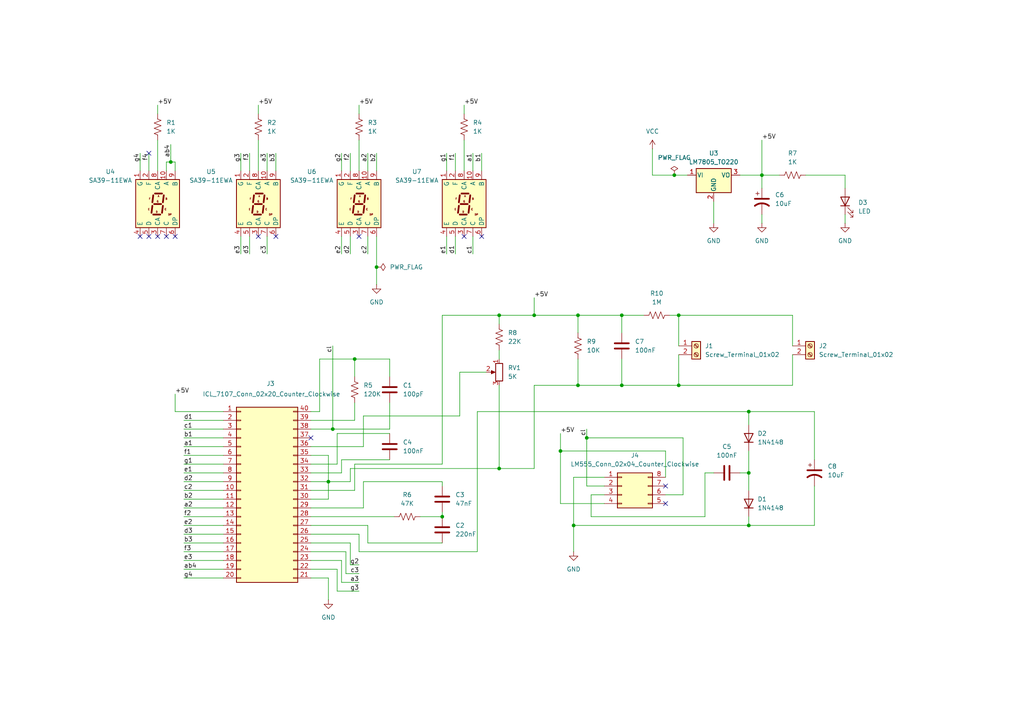
<source format=kicad_sch>
(kicad_sch (version 20250114) (generator "eeschema") (generator_version "9.0")
  (paper "A4")
  (title_block (title "Digital Voltmeter - 2nd Iteration") (date "2025-10-19") (rev "1.0"))
  (lib_symbols
    (symbol "Connector:Screw_Terminal_01x02" (pin_names (offset 1.016) (hide yes))
      (property "Reference" "J" (at 0 2.54 0))
      (property "Value" "Screw_Terminal_01x02" (at 0 -5.08 0))
      (symbol "Screw_Terminal_01x02_1_1"
        (rectangle (start -1.27 1.27) (end 1.27 -3.81) (stroke (width 0.254)) (fill (type background)))
        (polyline (pts (xy -0.5334 0.3302) (xy 0.3302 -0.508)) (stroke (width 0.1524)))
        (polyline (pts (xy -0.5334 -2.2098) (xy 0.3302 -3.048)) (stroke (width 0.1524)))
        (polyline (pts (xy -0.3556 0.508) (xy 0.508 -0.3302)) (stroke (width 0.1524)))
        (polyline (pts (xy -0.3556 -2.032) (xy 0.508 -2.8702)) (stroke (width 0.1524)))
        (circle (center 0 0) (radius 0.635) (stroke (width 0.1524)))
        (circle (center 0 -2.54) (radius 0.635) (stroke (width 0.1524)))
        (pin passive line (at -5.08 0 0) (length 3.81) (name "Pin_1") (number "1"))
        (pin passive line (at -5.08 -2.54 0) (length 3.81) (name "Pin_2") (number "2"))
      )
    )
    (symbol "Connector_Generic:Conn_02x04_Counter_Clockwise" (pin_names (offset 1.016) (hide yes))
      (property "Reference" "J4" (at 0.254 10.668 0))
      (property "Value" "Conn_02x04_Counter_Clockwise" (at 0.254 8.128 0))
      (symbol "Conn_02x04_Counter_Clockwise_1_1"
        (rectangle (start -5.08 5.08) (end 5.08 -5.08) (stroke (width 0.254)) (fill (type background)))
        (rectangle (start -5.08 3.937) (end -3.81 3.683) (stroke (width 0.1524)))
        (rectangle (start -5.08 1.397) (end -3.81 1.143) (stroke (width 0.1524)))
        (rectangle (start -5.08 -1.143) (end -3.81 -1.397) (stroke (width 0.1524)))
        (rectangle (start -5.08 -3.683) (end -3.81 -3.937) (stroke (width 0.1524)))
        (rectangle (start 5.08 3.937) (end 3.81 3.683) (stroke (width 0.1524)))
        (rectangle (start 5.08 1.397) (end 3.81 1.143) (stroke (width 0.1524)))
        (rectangle (start 5.08 -1.143) (end 3.81 -1.397) (stroke (width 0.1524)))
        (rectangle (start 5.08 -3.683) (end 3.81 -3.937) (stroke (width 0.1524)))
        (pin passive line (at -8.89 3.81 0) (length 3.81) (name "Pin_1") (number "1"))
        (pin passive line (at -8.89 1.27 0) (length 3.81) (name "Pin_2") (number "2"))
        (pin passive line (at -8.89 -1.27 0) (length 3.81) (name "Pin_3") (number "3"))
        (pin passive line (at -8.89 -3.81 0) (length 3.81) (name "Pin_4") (number "4"))
        (pin passive line (at 8.89 3.81 180) (length 3.81) (name "Pin_8") (number "8"))
        (pin passive line (at 8.89 1.27 180) (length 3.81) (name "Pin_7") (number "7"))
        (pin passive line (at 8.89 -1.27 180) (length 3.81) (name "Pin_6") (number "6"))
        (pin passive line (at 8.89 -3.81 180) (length 3.81) (name "Pin_5") (number "5"))
      )
    )
    (symbol "Connector_Generic:Conn_02x20_Counter_Clockwise" (pin_names (offset 1.016) (hide yes))
      (property "Reference" "J3" (at 1.27 29.21 0))
      (property "Value" "Conn_02x20_Counter_Clockwise" (at 1.27 26.67 0))
      (symbol "Conn_02x20_Counter_Clockwise_1_1"
        (rectangle (start -1.27 24.13) (end 16.51 -26.67) (stroke (width 0.254)) (fill (type background)))
        (rectangle (start -1.27 22.987) (end 0 22.733) (stroke (width 0.1524)))
        (rectangle (start -1.27 20.447) (end 0 20.193) (stroke (width 0.1524)))
        (rectangle (start -1.27 17.907) (end 0 17.653) (stroke (width 0.1524)))
        (rectangle (start -1.27 15.367) (end 0 15.113) (stroke (width 0.1524)))
        (rectangle (start -1.27 12.827) (end 0 12.573) (stroke (width 0.1524)))
        (rectangle (start -1.27 10.287) (end 0 10.033) (stroke (width 0.1524)))
        (rectangle (start -1.27 7.747) (end 0 7.493) (stroke (width 0.1524)))
        (rectangle (start -1.27 5.207) (end 0 4.953) (stroke (width 0.1524)))
        (rectangle (start -1.27 2.667) (end 0 2.413) (stroke (width 0.1524)))
        (rectangle (start -1.27 0.127) (end 0 -0.127) (stroke (width 0.1524)))
        (rectangle (start -1.27 -2.413) (end 0 -2.667) (stroke (width 0.1524)))
        (rectangle (start -1.27 -4.953) (end 0 -5.207) (stroke (width 0.1524)))
        (rectangle (start -1.27 -7.493) (end 0 -7.747) (stroke (width 0.1524)))
        (rectangle (start -1.27 -10.033) (end 0 -10.287) (stroke (width 0.1524)))
        (rectangle (start -1.27 -12.573) (end 0 -12.827) (stroke (width 0.1524)))
        (rectangle (start -1.27 -15.113) (end 0 -15.367) (stroke (width 0.1524)))
        (rectangle (start -1.27 -17.653) (end 0 -17.907) (stroke (width 0.1524)))
        (rectangle (start -1.27 -20.193) (end 0 -20.447) (stroke (width 0.1524)))
        (rectangle (start -1.27 -22.733) (end 0 -22.987) (stroke (width 0.1524)))
        (rectangle (start -1.27 -25.273) (end 0 -25.527) (stroke (width 0.1524)))
        (rectangle (start 15.24 22.987) (end 16.51 22.733) (stroke (width 0.1524)))
        (rectangle (start 16.51 20.447) (end 15.24 20.193) (stroke (width 0.1524)))
        (rectangle (start 16.51 17.907) (end 15.24 17.653) (stroke (width 0.1524)))
        (rectangle (start 16.51 15.367) (end 15.24 15.113) (stroke (width 0.1524)))
        (rectangle (start 16.51 12.827) (end 15.24 12.573) (stroke (width 0.1524)))
        (rectangle (start 16.51 10.287) (end 15.24 10.033) (stroke (width 0.1524)))
        (rectangle (start 16.51 7.747) (end 15.24 7.493) (stroke (width 0.1524)))
        (rectangle (start 16.51 5.207) (end 15.24 4.953) (stroke (width 0.1524)))
        (rectangle (start 16.51 2.667) (end 15.24 2.413) (stroke (width 0.1524)))
        (rectangle (start 16.51 0.127) (end 15.24 -0.127) (stroke (width 0.1524)))
        (rectangle (start 16.51 -2.413) (end 15.24 -2.667) (stroke (width 0.1524)))
        (rectangle (start 16.51 -4.953) (end 15.24 -5.207) (stroke (width 0.1524)))
        (rectangle (start 16.51 -7.493) (end 15.24 -7.747) (stroke (width 0.1524)))
        (rectangle (start 16.51 -10.033) (end 15.24 -10.287) (stroke (width 0.1524)))
        (rectangle (start 16.51 -12.573) (end 15.24 -12.827) (stroke (width 0.1524)))
        (rectangle (start 16.51 -15.113) (end 15.24 -15.367) (stroke (width 0.1524)))
        (rectangle (start 16.51 -17.653) (end 15.24 -17.907) (stroke (width 0.1524)))
        (rectangle (start 16.51 -20.193) (end 15.24 -20.447) (stroke (width 0.1524)))
        (rectangle (start 16.51 -22.733) (end 15.24 -22.987) (stroke (width 0.1524)))
        (rectangle (start 16.51 -25.273) (end 15.24 -25.527) (stroke (width 0.1524)))
        (pin passive line (at -5.08 22.86 0) (length 3.81) (name "Pin_1") (number "1"))
        (pin passive line (at -5.08 20.32 0) (length 3.81) (name "Pin_2") (number "2"))
        (pin passive line (at -5.08 17.78 0) (length 3.81) (name "Pin_3") (number "3"))
        (pin passive line (at -5.08 15.24 0) (length 3.81) (name "Pin_4") (number "4"))
        (pin passive line (at -5.08 12.7 0) (length 3.81) (name "Pin_5") (number "5"))
        (pin passive line (at -5.08 10.16 0) (length 3.81) (name "Pin_6") (number "6"))
        (pin passive line (at -5.08 7.62 0) (length 3.81) (name "Pin_7") (number "7"))
        (pin passive line (at -5.08 5.08 0) (length 3.81) (name "Pin_8") (number "8"))
        (pin passive line (at -5.08 2.54 0) (length 3.81) (name "Pin_9") (number "9"))
        (pin passive line (at -5.08 0 0) (length 3.81) (name "Pin_10") (number "10"))
        (pin passive line (at -5.08 -2.54 0) (length 3.81) (name "Pin_11") (number "11"))
        (pin passive line (at -5.08 -5.08 0) (length 3.81) (name "Pin_12") (number "12"))
        (pin passive line (at -5.08 -7.62 0) (length 3.81) (name "Pin_13") (number "13"))
        (pin passive line (at -5.08 -10.16 0) (length 3.81) (name "Pin_14") (number "14"))
        (pin passive line (at -5.08 -12.7 0) (length 3.81) (name "Pin_15") (number "15"))
        (pin passive line (at -5.08 -15.24 0) (length 3.81) (name "Pin_16") (number "16"))
        (pin passive line (at -5.08 -17.78 0) (length 3.81) (name "Pin_17") (number "17"))
        (pin passive line (at -5.08 -20.32 0) (length 3.81) (name "Pin_18") (number "18"))
        (pin passive line (at -5.08 -22.86 0) (length 3.81) (name "Pin_19") (number "19"))
        (pin passive line (at -5.08 -25.4 0) (length 3.81) (name "Pin_20") (number "20"))
        (pin passive line (at 20.32 22.86 180) (length 3.81) (name "Pin_40") (number "40"))
        (pin passive line (at 20.32 20.32 180) (length 3.81) (name "Pin_39") (number "39"))
        (pin passive line (at 20.32 17.78 180) (length 3.81) (name "Pin_38") (number "38"))
        (pin passive line (at 20.32 15.24 180) (length 3.81) (name "Pin_37") (number "37"))
        (pin passive line (at 20.32 12.7 180) (length 3.81) (name "Pin_36") (number "36"))
        (pin passive line (at 20.32 10.16 180) (length 3.81) (name "Pin_35") (number "35"))
        (pin passive line (at 20.32 7.62 180) (length 3.81) (name "Pin_34") (number "34"))
        (pin passive line (at 20.32 5.08 180) (length 3.81) (name "Pin_33") (number "33"))
        (pin passive line (at 20.32 2.54 180) (length 3.81) (name "Pin_32") (number "32"))
        (pin passive line (at 20.32 0 180) (length 3.81) (name "Pin_31") (number "31"))
        (pin passive line (at 20.32 -2.54 180) (length 3.81) (name "Pin_30") (number "30"))
        (pin passive line (at 20.32 -5.08 180) (length 3.81) (name "Pin_29") (number "29"))
        (pin passive line (at 20.32 -7.62 180) (length 3.81) (name "Pin_28") (number "28"))
        (pin passive line (at 20.32 -10.16 180) (length 3.81) (name "Pin_27") (number "27"))
        (pin passive line (at 20.32 -12.7 180) (length 3.81) (name "Pin_26") (number "26"))
        (pin passive line (at 20.32 -15.24 180) (length 3.81) (name "Pin_25") (number "25"))
        (pin passive line (at 20.32 -17.78 180) (length 3.81) (name "Pin_24") (number "24"))
        (pin passive line (at 20.32 -20.32 180) (length 3.81) (name "Pin_23") (number "23"))
        (pin passive line (at 20.32 -22.86 180) (length 3.81) (name "Pin_22") (number "22"))
        (pin passive line (at 20.32 -25.4 180) (length 3.81) (name "Pin_21") (number "21"))
      )
    )
    (symbol "Device:C" (pin_numbers (hide yes)) (pin_names (offset 0.254))
      (property "Reference" "C" (at 0.635 2.54 0))
      (property "Value" "C" (at 0.635 -2.54 0))
      (symbol "C_0_1"
        (polyline (pts (xy -2.032 0.762) (xy 2.032 0.762)) (stroke (width 0.508)))
        (polyline (pts (xy -2.032 -0.762) (xy 2.032 -0.762)) (stroke (width 0.508)))
      )
      (symbol "C_1_1"
        (pin passive line (at 0 3.81 270) (length 2.794) (name "~") (number "1"))
        (pin passive line (at 0 -3.81 90) (length 2.794) (name "~") (number "2"))
      )
    )
    (symbol "Device:C_Polarized_US" (pin_numbers (hide yes)) (pin_names (offset 0.254) (hide yes))
      (property "Reference" "C" (at 0.635 2.54 0))
      (property "Value" "C_Polarized_US" (at 0.635 -2.54 0))
      (symbol "C_Polarized_US_0_1"
        (polyline (pts (xy -2.032 0.762) (xy 2.032 0.762)) (stroke (width 0.508)))
        (polyline (pts (xy -1.778 2.286) (xy -0.762 2.286)))
        (polyline (pts (xy -1.27 1.778) (xy -1.27 2.794)))
        (arc (start -2.032 -1.27) (mid 0 -0.5572) (end 2.032 -1.27) (stroke (width 0.508)))
      )
      (symbol "C_Polarized_US_1_1"
        (pin passive line (at 0 3.81 270) (length 2.794) (name "~") (number "1"))
        (pin passive line (at 0 -3.81 90) (length 3.302) (name "~") (number "2"))
      )
    )
    (symbol "Device:LED" (pin_numbers (hide yes)) (pin_names (offset 1.016) (hide yes))
      (property "Reference" "D" (at 0 2.54 0))
      (property "Value" "LED" (at 0 -2.54 0))
      (symbol "LED_0_1"
        (polyline (pts (xy -3.048 -0.762) (xy -4.572 -2.286) (xy -3.81 -2.286) (xy -4.572 -2.286) (xy -4.572 -1.524)))
        (polyline (pts (xy -1.778 -0.762) (xy -3.302 -2.286) (xy -2.54 -2.286) (xy -3.302 -2.286) (xy -3.302 -1.524)))
        (polyline (pts (xy -1.27 0) (xy 1.27 0)))
        (polyline (pts (xy -1.27 -1.27) (xy -1.27 1.27)) (stroke (width 0.254)))
        (polyline (pts (xy 1.27 -1.27) (xy 1.27 1.27) (xy -1.27 0) (xy 1.27 -1.27)) (stroke (width 0.254)))
      )
      (symbol "LED_1_1"
        (pin passive line (at -3.81 0 0) (length 2.54) (name "K") (number "1"))
        (pin passive line (at 3.81 0 180) (length 2.54) (name "A") (number "2"))
      )
    )
    (symbol "Device:R_Potentiometer" (pin_names (offset 1.016) (hide yes))
      (property "Reference" "RV" (at -4.445 0 90))
      (property "Value" "R_Potentiometer" (at -2.54 0 90))
      (symbol "R_Potentiometer_0_1"
        (rectangle (start 1.016 2.54) (end -1.016 -2.54) (stroke (width 0.254)))
        (polyline (pts (xy 1.143 0) (xy 2.286 0.508) (xy 2.286 -0.508) (xy 1.143 0)) (fill (type outline)))
        (polyline (pts (xy 2.54 0) (xy 1.524 0)))
      )
      (symbol "R_Potentiometer_1_1"
        (pin passive line (at 0 3.81 270) (length 1.27) (name "1") (number "1"))
        (pin passive line (at 0 -3.81 90) (length 1.27) (name "3") (number "3"))
        (pin passive line (at 3.81 0 180) (length 1.27) (name "2") (number "2"))
      )
    )
    (symbol "Device:R_US" (pin_numbers (hide yes)) (pin_names (offset 0))
      (property "Reference" "R" (at 2.54 0 90))
      (property "Value" "R_US" (at -2.54 0 90))
      (symbol "R_US_0_1"
        (polyline (pts (xy 0 2.286) (xy 0 2.54)))
        (polyline (pts (xy 0 2.286) (xy 1.016 1.905) (xy 0 1.524) (xy -1.016 1.143) (xy 0 0.762)))
        (polyline (pts (xy 0 0.762) (xy 1.016 0.381) (xy 0 0) (xy -1.016 -0.381) (xy 0 -0.762)))
        (polyline (pts (xy 0 -0.762) (xy 1.016 -1.143) (xy 0 -1.524) (xy -1.016 -1.905) (xy 0 -2.286)))
        (polyline (pts (xy 0 -2.286) (xy 0 -2.54)))
      )
      (symbol "R_US_1_1"
        (pin passive line (at 0 3.81 270) (length 1.27) (name "~") (number "1"))
        (pin passive line (at 0 -3.81 90) (length 1.27) (name "~") (number "2"))
      )
    )
    (symbol "Diode:1N4148" (pin_numbers (hide yes)) (pin_names (hide yes))
      (property "Reference" "D" (at 0 2.54 0))
      (property "Value" "1N4148" (at 0 -2.54 0))
      (symbol "1N4148_0_1"
        (polyline (pts (xy -1.27 1.27) (xy -1.27 -1.27)) (stroke (width 0.254)))
        (polyline (pts (xy 1.27 1.27) (xy 1.27 -1.27) (xy -1.27 0) (xy 1.27 1.27)) (stroke (width 0.254)))
        (polyline (pts (xy 1.27 0) (xy -1.27 0)))
      )
      (symbol "1N4148_1_1"
        (pin passive line (at -3.81 0 0) (length 2.54) (name "K") (number "1"))
        (pin passive line (at 3.81 0 180) (length 2.54) (name "A") (number "2"))
      )
    )
    (symbol "Regulator_Linear:LM7805_TO220" (pin_names (offset 0.254))
      (property "Reference" "U" (at -3.81 3.175 0))
      (property "Value" "LM7805_TO220" (at 0 3.175 0))
      (symbol "LM7805_TO220_0_1"
        (rectangle (start -5.08 1.905) (end 5.08 -5.08) (stroke (width 0.254)) (fill (type background)))
      )
      (symbol "LM7805_TO220_1_1"
        (pin power_in line (at -7.62 0 0) (length 2.54) (name "VI") (number "1"))
        (pin power_in line (at 0 -7.62 90) (length 2.54) (name "GND") (number "2"))
        (pin power_out line (at 7.62 0 180) (length 2.54) (name "VO") (number "3"))
      )
    )
    (symbol "SA39-11EWA_1"
      (property "Reference" "U4" (at -13.716 9.906 0))
      (property "Value" "SA39-11EWA" (at -13.716 7.366 0))
      (symbol "SA39-11EWA_1_1_0"
        (text "E" (at -2.54 -1.016 0) (effects (font (size 0.508 0.508))))
        (text "F" (at -2.286 2.032 0) (effects (font (size 0.508 0.508))))
        (text "D" (at -0.254 -1.778 0) (effects (font (size 0.508 0.508))))
        (text "G" (at 0 1.27 0) (effects (font (size 0.508 0.508))))
        (text "A" (at 0.254 2.794 0) (effects (font (size 0.508 0.508))))
        (text "C" (at 2.286 -1.016 0) (effects (font (size 0.508 0.508))))
        (text "B" (at 2.54 2.032 0) (effects (font (size 0.508 0.508))))
        (text "DP" (at 3.556 -2.54 0) (effects (font (size 0.508 0.508))))
      )
      (symbol "SA39-11EWA_1_1_1"
        (rectangle (start -6.35 7.62) (end 6.35 -6.35) (stroke (width 0.254)) (fill (type background)))
        (polyline (pts (xy -1.524 0) (xy -1.778 -2.032)) (stroke (width 0.508)))
        (polyline (pts (xy -1.27 3.048) (xy -1.524 1.016)) (stroke (width 0.508)))
        (polyline (pts (xy -1.27 -2.54) (xy 0.762 -2.54)) (stroke (width 0.508)))
        (polyline (pts (xy -1.016 0.508) (xy 1.016 0.508)) (stroke (width 0.508)))
        (polyline (pts (xy -0.762 3.556) (xy 1.27 3.556)) (stroke (width 0.508)))
        (polyline (pts (xy 1.524 0) (xy 1.27 -2.032)) (stroke (width 0.508)))
        (polyline (pts (xy 1.778 3.048) (xy 1.524 1.016)) (stroke (width 0.508)))
        (polyline (pts (xy 2.54 -2.54) (xy 2.54 -2.54)) (stroke (width 0.508)))
        (pin input line (at -5.08 10.16 270) (length 2.54) (name "G") (number "1"))
        (pin input line (at -5.08 -8.89 90) (length 2.54) (name "E") (number "4"))
        (pin input line (at -2.54 10.16 270) (length 2.54) (name "F") (number "2"))
        (pin input line (at -2.54 -8.89 90) (length 2.54) (name "D") (number "5"))
        (pin input line (at 0 10.16 270) (length 2.54) (name "CA") (number "8"))
        (pin input line (at 0 -8.89 90) (length 2.54) (name "CA") (number "3"))
        (pin input line (at 2.54 10.16 270) (length 2.54) (name "A") (number "10"))
        (pin input line (at 2.54 -8.89 90) (length 2.54) (name "C") (number "7"))
        (pin input line (at 5.08 10.16 270) (length 2.54) (name "B") (number "9"))
        (pin input line (at 5.08 -8.89 90) (length 2.54) (name "DP") (number "6"))
      )
    )
    (symbol "power:GND" (power) (pin_numbers (hide yes)) (pin_names (offset 0) (hide yes))
      (property "Value" "GND" (at 0 -3.81 0))
      (symbol "GND_0_1"
        (polyline (pts (xy 0 0) (xy 0 -1.27) (xy 1.27 -1.27) (xy 0 -2.54) (xy -1.27 -1.27) (xy 0 -1.27)))
      )
      (symbol "GND_1_1"
        (pin power_in line (at 0 0 270) (length 0) (name "~") (number "1"))
      )
    )
    (symbol "power:PWR_FLAG" (power) (pin_numbers (hide yes)) (pin_names (offset 0) (hide yes))
      (property "Value" "PWR_FLAG" (at 0 3.81 0))
      (symbol "PWR_FLAG_0_0"
        (pin power_out line (at 0 0 90) (length 0) (name "~") (number "1"))
      )
      (symbol "PWR_FLAG_0_1"
        (polyline (pts (xy 0 0) (xy 0 1.27) (xy -1.016 1.905) (xy 0 2.54) (xy 1.016 1.905) (xy 0 1.27)))
      )
    )
    (symbol "power:VCC" (power) (pin_numbers (hide yes)) (pin_names (offset 0) (hide yes))
      (property "Value" "VCC" (at 0 3.556 0))
      (symbol "VCC_0_1"
        (polyline (pts (xy -0.762 1.27) (xy 0 2.54)))
        (polyline (pts (xy 0 2.54) (xy 0.762 1.27)))
        (polyline (pts (xy 0 0) (xy 0 2.54)))
      )
      (symbol "VCC_1_1"
        (pin power_in line (at 0 0 90) (length 0) (name "~") (number "1"))
      )
    )
  )
  (junction (at 144.78 91.44))
  (junction (at 196.85 91.44))
  (junction (at 49.53 46.99))
  (junction (at 154.94 91.44))
  (junction (at 167.64 111.76))
  (junction (at 102.87 104.14))
  (junction (at 128.27 149.86))
  (junction (at 217.17 137.16))
  (junction (at 195.58 50.8))
  (junction (at 167.64 91.44))
  (junction (at 180.34 91.44))
  (junction (at 170.18 127))
  (junction (at 196.85 111.76))
  (junction (at 144.78 135.89))
  (junction (at 95.25 139.7))
  (junction (at 217.17 152.4))
  (junction (at 220.98 50.8))
  (junction (at 166.37 152.4))
  (junction (at 217.17 119.38))
  (junction (at 162.56 130.81))
  (junction (at 96.52 124.46))
  (junction (at 109.22 77.47))
  (junction (at 180.34 111.76))
  (no_connect (at 40.64 68.58))
  (no_connect (at 80.01 68.58))
  (no_connect (at 134.62 68.58))
  (no_connect (at 139.7 68.58))
  (no_connect (at 104.14 68.58))
  (no_connect (at 90.17 127))
  (no_connect (at 45.72 68.58))
  (no_connect (at 48.26 68.58))
  (no_connect (at 43.18 44.45))
  (no_connect (at 74.93 68.58))
  (no_connect (at 193.04 146.05))
  (no_connect (at 193.04 140.97))
  (no_connect (at 43.18 68.58))
  (no_connect (at 50.8 68.58))
  (wire (pts (xy 101.6 163.83) (xy 101.6 157.48)))
  (wire (pts (xy 128.27 134.62) (xy 128.27 91.44)))
  (wire (pts (xy 217.17 152.4) (xy 166.37 152.4)))
  (wire (pts (xy 90.17 147.32) (xy 105.41 147.32)))
  (wire (pts (xy 220.98 62.23) (xy 220.98 64.77)))
  (wire (pts (xy 53.34 132.08) (xy 64.77 132.08)))
  (wire (pts (xy 144.78 91.44) (xy 154.94 91.44)))
  (wire (pts (xy 99.06 44.45) (xy 99.06 49.53)))
  (wire (pts (xy 109.22 68.58) (xy 109.22 77.47)))
  (wire (pts (xy 53.34 134.62) (xy 64.77 134.62)))
  (wire (pts (xy 101.6 135.89) (xy 101.6 139.7)))
  (wire (pts (xy 99.06 137.16) (xy 99.06 133.35)))
  (wire (pts (xy 95.25 132.08) (xy 90.17 132.08)))
  (wire (pts (xy 170.18 127) (xy 198.12 127)))
  (wire (pts (xy 245.11 50.8) (xy 245.11 54.61)))
  (wire (pts (xy 233.68 50.8) (xy 245.11 50.8)))
  (wire (pts (xy 77.47 44.45) (xy 77.47 49.53)))
  (wire (pts (xy 189.23 50.8) (xy 195.58 50.8)))
  (wire (pts (xy 53.34 121.92) (xy 64.77 121.92)))
  (wire (pts (xy 90.17 139.7) (xy 95.25 139.7)))
  (wire (pts (xy 49.53 46.99) (xy 50.8 46.99)))
  (wire (pts (xy 69.85 44.45) (xy 69.85 49.53)))
  (wire (pts (xy 217.17 137.16) (xy 217.17 142.24)))
  (wire (pts (xy 132.08 44.45) (xy 132.08 49.53)))
  (wire (pts (xy 180.34 111.76) (xy 196.85 111.76)))
  (wire (pts (xy 101.6 44.45) (xy 101.6 49.53)))
  (wire (pts (xy 102.87 116.84) (xy 102.87 121.92)))
  (wire (pts (xy 138.43 119.38) (xy 217.17 119.38)))
  (wire (pts (xy 220.98 50.8) (xy 226.06 50.8)))
  (wire (pts (xy 217.17 130.81) (xy 217.17 137.16)))
  (wire (pts (xy 204.47 137.16) (xy 207.01 137.16)))
  (wire (pts (xy 220.98 54.61) (xy 220.98 50.8)))
  (wire (pts (xy 175.26 143.51) (xy 171.45 143.51)))
  (wire (pts (xy 95.25 139.7) (xy 101.6 139.7)))
  (wire (pts (xy 196.85 91.44) (xy 196.85 100.33)))
  (wire (pts (xy 245.11 62.23) (xy 245.11 64.77)))
  (wire (pts (xy 97.79 125.73) (xy 97.79 134.62)))
  (wire (pts (xy 129.54 68.58) (xy 129.54 73.66)))
  (wire (pts (xy 53.34 149.86) (xy 64.77 149.86)))
  (wire (pts (xy 196.85 102.87) (xy 196.85 111.76)))
  (wire (pts (xy 229.87 91.44) (xy 196.85 91.44)))
  (wire (pts (xy 106.68 157.48) (xy 128.27 157.48)))
  (wire (pts (xy 133.35 120.65) (xy 133.35 107.95)))
  (wire (pts (xy 53.34 139.7) (xy 64.77 139.7)))
  (wire (pts (xy 95.25 139.7) (xy 95.25 132.08)))
  (wire (pts (xy 109.22 44.45) (xy 109.22 49.53)))
  (wire (pts (xy 104.14 40.64) (xy 104.14 49.53)))
  (wire (pts (xy 100.33 160.02) (xy 90.17 160.02)))
  (wire (pts (xy 229.87 102.87) (xy 229.87 111.76)))
  (wire (pts (xy 220.98 50.8) (xy 220.98 40.64)))
  (wire (pts (xy 80.01 44.45) (xy 80.01 49.53)))
  (wire (pts (xy 214.63 137.16) (xy 217.17 137.16)))
  (wire (pts (xy 101.6 68.58) (xy 101.6 73.66)))
  (wire (pts (xy 236.22 119.38) (xy 217.17 119.38)))
  (wire (pts (xy 134.62 40.64) (xy 134.62 49.53)))
  (wire (pts (xy 229.87 111.76) (xy 196.85 111.76)))
  (wire (pts (xy 167.64 91.44) (xy 154.94 91.44)))
  (wire (pts (xy 90.17 142.24) (xy 102.87 142.24)))
  (wire (pts (xy 45.72 40.64) (xy 45.72 49.53)))
  (wire (pts (xy 144.78 101.6) (xy 144.78 104.14)))
  (wire (pts (xy 236.22 152.4) (xy 217.17 152.4)))
  (wire (pts (xy 105.41 129.54) (xy 105.41 120.65)))
  (wire (pts (xy 106.68 68.58) (xy 106.68 73.66)))
  (wire (pts (xy 121.92 149.86) (xy 128.27 149.86)))
  (wire (pts (xy 40.64 44.45) (xy 40.64 49.53)))
  (wire (pts (xy 99.06 162.56) (xy 90.17 162.56)))
  (wire (pts (xy 97.79 134.62) (xy 90.17 134.62)))
  (wire (pts (xy 167.64 111.76) (xy 154.94 111.76)))
  (wire (pts (xy 95.25 167.64) (xy 95.25 173.99)))
  (wire (pts (xy 195.58 50.8) (xy 199.39 50.8)))
  (wire (pts (xy 162.56 125.73) (xy 162.56 130.81)))
  (wire (pts (xy 104.14 154.94) (xy 104.14 160.02)))
  (wire (pts (xy 49.53 41.91) (xy 49.53 46.99)))
  (wire (pts (xy 170.18 140.97) (xy 170.18 127)))
  (wire (pts (xy 102.87 142.24) (xy 102.87 134.62)))
  (wire (pts (xy 180.34 104.14) (xy 180.34 111.76)))
  (wire (pts (xy 171.45 143.51) (xy 171.45 149.86)))
  (wire (pts (xy 104.14 160.02) (xy 138.43 160.02)))
  (wire (pts (xy 99.06 168.91) (xy 99.06 162.56)))
  (wire (pts (xy 105.41 147.32) (xy 105.41 139.7)))
  (wire (pts (xy 154.94 111.76) (xy 154.94 135.89)))
  (wire (pts (xy 95.25 144.78) (xy 95.25 139.7)))
  (wire (pts (xy 113.03 116.84) (xy 113.03 124.46)))
  (wire (pts (xy 53.34 147.32) (xy 64.77 147.32)))
  (wire (pts (xy 90.17 121.92) (xy 102.87 121.92)))
  (wire (pts (xy 139.7 44.45) (xy 139.7 49.53)))
  (wire (pts (xy 92.71 119.38) (xy 92.71 104.14)))
  (wire (pts (xy 154.94 135.89) (xy 144.78 135.89)))
  (wire (pts (xy 104.14 166.37) (xy 100.33 166.37)))
  (wire (pts (xy 90.17 167.64) (xy 95.25 167.64)))
  (wire (pts (xy 217.17 123.19) (xy 217.17 119.38)))
  (wire (pts (xy 90.17 129.54) (xy 105.41 129.54)))
  (wire (pts (xy 53.34 144.78) (xy 64.77 144.78)))
  (wire (pts (xy 50.8 46.99) (xy 50.8 49.53)))
  (wire (pts (xy 74.93 40.64) (xy 74.93 49.53)))
  (wire (pts (xy 97.79 125.73) (xy 113.03 125.73)))
  (wire (pts (xy 72.39 44.45) (xy 72.39 49.53)))
  (wire (pts (xy 189.23 43.18) (xy 189.23 50.8)))
  (wire (pts (xy 132.08 68.58) (xy 132.08 73.66)))
  (wire (pts (xy 198.12 127) (xy 198.12 143.51)))
  (wire (pts (xy 166.37 138.43) (xy 166.37 152.4)))
  (wire (pts (xy 53.34 165.1) (xy 64.77 165.1)))
  (wire (pts (xy 45.72 30.48) (xy 45.72 33.02)))
  (wire (pts (xy 175.26 140.97) (xy 170.18 140.97)))
  (wire (pts (xy 90.17 144.78) (xy 95.25 144.78)))
  (wire (pts (xy 102.87 104.14) (xy 102.87 109.22)))
  (wire (pts (xy 53.34 167.64) (xy 64.77 167.64)))
  (wire (pts (xy 175.26 138.43) (xy 166.37 138.43)))
  (wire (pts (xy 90.17 124.46) (xy 96.52 124.46)))
  (wire (pts (xy 204.47 137.16) (xy 204.47 149.86)))
  (wire (pts (xy 53.34 137.16) (xy 64.77 137.16)))
  (wire (pts (xy 53.34 157.48) (xy 64.77 157.48)))
  (wire (pts (xy 236.22 133.35) (xy 236.22 119.38)))
  (wire (pts (xy 128.27 139.7) (xy 128.27 140.97)))
  (wire (pts (xy 194.31 91.44) (xy 196.85 91.44)))
  (wire (pts (xy 167.64 96.52) (xy 167.64 91.44)))
  (wire (pts (xy 53.34 162.56) (xy 64.77 162.56)))
  (wire (pts (xy 144.78 135.89) (xy 101.6 135.89)))
  (wire (pts (xy 198.12 143.51) (xy 193.04 143.51)))
  (wire (pts (xy 72.39 68.58) (xy 72.39 73.66)))
  (wire (pts (xy 96.52 100.33) (xy 96.52 124.46)))
  (wire (pts (xy 97.79 171.45) (xy 97.79 165.1)))
  (wire (pts (xy 50.8 119.38) (xy 64.77 119.38)))
  (wire (pts (xy 134.62 30.48) (xy 134.62 33.02)))
  (wire (pts (xy 113.03 104.14) (xy 113.03 109.22)))
  (wire (pts (xy 90.17 149.86) (xy 114.3 149.86)))
  (wire (pts (xy 166.37 152.4) (xy 166.37 160.02)))
  (wire (pts (xy 214.63 50.8) (xy 220.98 50.8)))
  (wire (pts (xy 48.26 46.99) (xy 48.26 49.53)))
  (wire (pts (xy 193.04 138.43) (xy 193.04 130.81)))
  (wire (pts (xy 53.34 124.46) (xy 64.77 124.46)))
  (wire (pts (xy 229.87 100.33) (xy 229.87 91.44)))
  (wire (pts (xy 144.78 111.76) (xy 144.78 135.89)))
  (wire (pts (xy 106.68 152.4) (xy 90.17 152.4)))
  (wire (pts (xy 74.93 30.48) (xy 74.93 33.02)))
  (wire (pts (xy 175.26 146.05) (xy 162.56 146.05)))
  (wire (pts (xy 133.35 107.95) (xy 140.97 107.95)))
  (wire (pts (xy 207.01 58.42) (xy 207.01 64.77)))
  (wire (pts (xy 129.54 44.45) (xy 129.54 49.53)))
  (wire (pts (xy 137.16 44.45) (xy 137.16 49.53)))
  (wire (pts (xy 170.18 124.46) (xy 170.18 127)))
  (wire (pts (xy 90.17 137.16) (xy 99.06 137.16)))
  (wire (pts (xy 53.34 154.94) (xy 64.77 154.94)))
  (wire (pts (xy 102.87 134.62) (xy 128.27 134.62)))
  (wire (pts (xy 109.22 77.47) (xy 109.22 82.55)))
  (wire (pts (xy 53.34 129.54) (xy 64.77 129.54)))
  (wire (pts (xy 99.06 133.35) (xy 113.03 133.35)))
  (wire (pts (xy 48.26 46.99) (xy 49.53 46.99)))
  (wire (pts (xy 171.45 149.86) (xy 204.47 149.86)))
  (wire (pts (xy 101.6 157.48) (xy 90.17 157.48)))
  (wire (pts (xy 154.94 86.36) (xy 154.94 91.44)))
  (wire (pts (xy 167.64 104.14) (xy 167.64 111.76)))
  (wire (pts (xy 180.34 91.44) (xy 167.64 91.44)))
  (wire (pts (xy 106.68 157.48) (xy 106.68 152.4)))
  (wire (pts (xy 104.14 168.91) (xy 99.06 168.91)))
  (wire (pts (xy 53.34 160.02) (xy 64.77 160.02)))
  (wire (pts (xy 180.34 91.44) (xy 186.69 91.44)))
  (wire (pts (xy 104.14 171.45) (xy 97.79 171.45)))
  (wire (pts (xy 180.34 111.76) (xy 167.64 111.76)))
  (wire (pts (xy 137.16 68.58) (xy 137.16 73.66)))
  (wire (pts (xy 69.85 68.58) (xy 69.85 73.66)))
  (wire (pts (xy 53.34 127) (xy 64.77 127)))
  (wire (pts (xy 90.17 154.94) (xy 104.14 154.94)))
  (wire (pts (xy 104.14 30.48) (xy 104.14 33.02)))
  (wire (pts (xy 105.41 139.7) (xy 128.27 139.7)))
  (wire (pts (xy 193.04 130.81) (xy 162.56 130.81)))
  (wire (pts (xy 97.79 165.1) (xy 90.17 165.1)))
  (wire (pts (xy 105.41 120.65) (xy 133.35 120.65)))
  (wire (pts (xy 50.8 114.3) (xy 50.8 119.38)))
  (wire (pts (xy 53.34 152.4) (xy 64.77 152.4)))
  (wire (pts (xy 92.71 104.14) (xy 102.87 104.14)))
  (wire (pts (xy 162.56 146.05) (xy 162.56 130.81)))
  (wire (pts (xy 217.17 149.86) (xy 217.17 152.4)))
  (wire (pts (xy 100.33 166.37) (xy 100.33 160.02)))
  (wire (pts (xy 236.22 140.97) (xy 236.22 152.4)))
  (wire (pts (xy 180.34 96.52) (xy 180.34 91.44)))
  (wire (pts (xy 53.34 142.24) (xy 64.77 142.24)))
  (wire (pts (xy 106.68 44.45) (xy 106.68 49.53)))
  (wire (pts (xy 102.87 104.14) (xy 113.03 104.14)))
  (wire (pts (xy 138.43 160.02) (xy 138.43 119.38)))
  (wire (pts (xy 43.18 44.45) (xy 43.18 49.53)))
  (wire (pts (xy 128.27 91.44) (xy 144.78 91.44)))
  (wire (pts (xy 90.17 119.38) (xy 92.71 119.38)))
  (wire (pts (xy 128.27 149.86) (xy 128.27 148.59)))
  (wire (pts (xy 104.14 163.83) (xy 101.6 163.83)))
  (wire (pts (xy 77.47 68.58) (xy 77.47 73.66)))
  (wire (pts (xy 99.06 68.58) (xy 99.06 73.66)))
  (wire (pts (xy 144.78 91.44) (xy 144.78 93.98)))
  (wire (pts (xy 96.52 124.46) (xy 113.03 124.46)))
  (label "e3" (at 53.34 162.56 0))
  (label "g4" (at 40.64 44.45 270))
  (label "b3" (at 80.01 44.45 270))
  (label "b2" (at 109.22 44.45 270))
  (label "d3" (at 53.34 154.94 0))
  (label "+5V" (at 74.93 30.48 0))
  (label "e1" (at 53.34 137.16 0))
  (label "f1" (at 132.08 44.45 270))
  (label "g2" (at 104.14 163.83 180))
  (label "c1" (at 53.34 124.46 0))
  (label "e2" (at 53.34 152.4 0))
  (label "+5V" (at 220.98 40.64 0))
  (label "ab4" (at 49.53 41.91 270))
  (label "d3" (at 72.39 73.66 90))
  (label "f4" (at 43.18 44.45 270))
  (label "a1" (at 53.34 129.54 0))
  (label "b1" (at 139.7 44.45 270))
  (label "d2" (at 53.34 139.7 0))
  (label "f1" (at 53.34 132.08 0))
  (label "+5V" (at 104.14 30.48 0))
  (label "b2" (at 53.34 144.78 0))
  (label "c3" (at 77.47 73.66 90))
  (label "g3" (at 104.14 171.45 180))
  (label "g3" (at 69.85 44.45 270))
  (label "c2" (at 106.68 73.66 90))
  (label "a3" (at 77.47 44.45 270))
  (label "d1" (at 53.34 121.92 0))
  (label "+5V" (at 162.56 125.73 0))
  (label "a1" (at 137.16 44.45 270))
  (label "+5V" (at 45.72 30.48 0))
  (label "e2" (at 99.06 73.66 90))
  (label "d1" (at 132.08 73.66 90))
  (label "a2" (at 53.34 147.32 0))
  (label "cl" (at 170.18 124.46 270))
  (label "g1" (at 129.54 44.45 270))
  (label "+5V" (at 134.62 30.48 0))
  (label "+5V" (at 50.8 114.3 0))
  (label "b3" (at 53.34 157.48 0))
  (label "cl" (at 96.52 100.33 270))
  (label "g2" (at 99.06 44.45 270))
  (label "f2" (at 101.6 44.45 270))
  (label "f2" (at 53.34 149.86 0))
  (label "e1" (at 129.54 73.66 90))
  (label "c2" (at 53.34 142.24 0))
  (label "ab4" (at 53.34 165.1 0))
  (label "c1" (at 137.16 73.66 90))
  (label "b1" (at 53.34 127 0))
  (label "g4" (at 53.34 167.64 0))
  (label "a3" (at 104.14 168.91 180))
  (label "d2" (at 101.6 73.66 90))
  (label "f3" (at 53.34 160.02 0))
  (label "a2" (at 106.68 44.45 270))
  (label "g1" (at 53.34 134.62 0))
  (label "e3" (at 69.85 73.66 90))
  (label "c3" (at 104.14 166.37 180))
  (label "+5V" (at 154.94 86.36 0))
  (label "f3" (at 72.39 44.45 270))
  (symbol (lib_id "Device:R_US") (at 134.62 36.83 0) (unit 1)
    (property "Reference" "R4" (at 137.16 35.5599 0) (effects (justify left)))
    (property "Value" "1K" (at 137.16 38.0999 0) (effects (justify left)))
    (property "Footprint" "Resistor_THT:R_Axial_DIN0207_L6.3mm_D2.5mm_P7.62mm_Horizontal" (effects (hide yes)))
    (property "Description" "Resistor, US symbol" (effects (hide yes)))
  )
  (symbol (lib_id "Device:R_US") (at 45.72 36.83 0) (unit 1)
    (property "Reference" "R1" (at 48.26 35.5599 0) (effects (justify left)))
    (property "Value" "1K" (at 48.26 38.0999 0) (effects (justify left)))
    (property "Footprint" "Resistor_THT:R_Axial_DIN0207_L6.3mm_D2.5mm_P7.62mm_Horizontal" (effects (hide yes)))
    (property "Description" "Resistor, US symbol" (effects (hide yes)))
  )
  (symbol (lib_id "Device:R_US") (at 190.5 91.44 90) (unit 1)
    (property "Reference" "R10" (at 190.5 85.09 90))
    (property "Value" "1M" (at 190.5 87.63 90))
    (property "Footprint" "Resistor_THT:R_Axial_DIN0207_L6.3mm_D2.5mm_P7.62mm_Horizontal" (effects (hide yes)))
    (property "Description" "Resistor, US symbol" (effects (hide yes)))
  )
  (symbol (lib_id "Device:C") (at 113.03 129.54 180) (unit 1)
    (property "Reference" "C4" (at 116.84 128.2699 0) (effects (justify right)))
    (property "Value" "100nF" (at 116.84 130.8099 0) (effects (justify right)))
    (property "Footprint" "Capacitor_THT:C_Disc_D3.0mm_W1.6mm_P2.50mm" (effects (hide yes)))
    (property "Description" "Unpolarized capacitor" (effects (hide yes)))
  )
  (symbol (lib_id "Device:R_Potentiometer") (at 144.78 107.95 0) (mirror y) (unit 1)
    (property "Reference" "RV1" (at 147.32 106.6799 0) (effects (justify right)))
    (property "Value" "5K" (at 147.32 109.2199 0) (effects (justify right)))
    (property "Footprint" "Potentiometer_THT:Potentiometer_Bourns_3386P_Vertical" (effects (hide yes)))
    (property "Description" "Potentiometer" (effects (hide yes)))
  )
  (symbol (lib_id "power:VCC") (at 189.23 43.18 0) (unit 1)
    (property "Reference" "#PWR01" (effects (hide yes)))
    (property "Value" "VCC" (at 189.23 38.1 0))
    (property "Description" "Power symbol creates a global label with name \"VCC\"" (effects (hide yes)))
  )
  (symbol (lib_id "Connector:Screw_Terminal_01x02") (at 234.95 100.33 0) (unit 1)
    (property "Reference" "J2" (at 237.49 100.3299 0) (effects (justify left)))
    (property "Value" "Screw_Terminal_01x02" (at 237.49 102.8699 0) (effects (justify left)))
    (property "Footprint" "TerminalBlock_Phoenix:TerminalBlock_Phoenix_MKDS-1,5-2_1x02_P5.00mm_Horizontal" (effects (hide yes)))
    (property "Description" "Generic screw terminal, single row, 01x02, script generated (kicad-library-utils/schlib/autogen/connector/)" (effects (hide yes)))
  )
  (symbol (lib_id "Device:C") (at 128.27 144.78 180) (unit 1)
    (property "Reference" "C3" (at 132.08 143.5099 0) (effects (justify right)))
    (property "Value" "47nF" (at 132.08 146.0499 0) (effects (justify right)))
    (property "Footprint" "Capacitor_THT:C_Disc_D3.0mm_W1.6mm_P2.50mm" (effects (hide yes)))
    (property "Description" "Unpolarized capacitor" (effects (hide yes)))
  )
  (symbol (lib_id "power:PWR_FLAG") (at 109.22 77.47 270) (unit 1)
    (property "Reference" "#FLG02" (effects (hide yes)))
    (property "Value" "PWR_FLAG" (at 113.03 77.4699 90) (effects (justify left)))
    (property "Description" "Special symbol for telling ERC where power comes from" (effects (hide yes)))
  )
  (symbol (lib_id "Device:R_US") (at 104.14 36.83 0) (unit 1)
    (property "Reference" "R3" (at 106.68 35.5599 0) (effects (justify left)))
    (property "Value" "1K" (at 106.68 38.0999 0) (effects (justify left)))
    (property "Footprint" "Resistor_THT:R_Axial_DIN0207_L6.3mm_D2.5mm_P7.62mm_Horizontal" (effects (hide yes)))
    (property "Description" "Resistor, US symbol" (effects (hide yes)))
  )
  (symbol (lib_id "Diode:1N4148") (at 217.17 146.05 90) (unit 1)
    (property "Reference" "D1" (at 219.71 144.7799 90) (effects (justify right)))
    (property "Value" "1N4148" (at 219.71 147.3199 90) (effects (justify right)))
    (property "Footprint" "Diode_THT:D_DO-35_SOD27_P7.62mm_Horizontal" (effects (hide yes)))
    (property "Datasheet" "https://assets.nexperia.com/documents/data-sheet/1N4148_1N4448.pdf" (effects (hide yes)))
    (property "Description" "100V 0.15A standard switching diode, DO-35" (effects (hide yes)))
    (property "Sim.Device" "D" (effects (hide yes)))
    (property "Sim.Pins" "1=K 2=A" (effects (hide yes)))
  )
  (symbol (lib_id "power:GND") (at 109.22 82.55 0) (unit 1)
    (property "Reference" "#PWR02" (effects (hide yes)))
    (property "Value" "GND" (at 109.22 87.63 0))
    (property "Description" "Power symbol creates a global label with name \"GND\" , ground" (effects (hide yes)))
  )
  (symbol (lib_id "Diode:1N4148") (at 217.17 127 90) (unit 1)
    (property "Reference" "D2" (at 219.71 125.7299 90) (effects (justify right)))
    (property "Value" "1N4148" (at 219.71 128.2699 90) (effects (justify right)))
    (property "Footprint" "Diode_THT:D_DO-35_SOD27_P7.62mm_Horizontal" (effects (hide yes)))
    (property "Datasheet" "https://assets.nexperia.com/documents/data-sheet/1N4148_1N4448.pdf" (effects (hide yes)))
    (property "Description" "100V 0.15A standard switching diode, DO-35" (effects (hide yes)))
    (property "Sim.Device" "D" (effects (hide yes)))
    (property "Sim.Pins" "1=K 2=A" (effects (hide yes)))
  )
  (symbol (lib_id "Connector_Generic:Conn_02x04_Counter_Clockwise") (at 184.15 142.24 0) (unit 1)
    (property "Reference" "J4" (at 184.15 132.08 0))
    (property "Value" "LM555_Conn_02x04_Counter_Clockwise" (at 184.15 134.62 0))
    (property "Footprint" "Package_DIP:DIP-8_W7.62mm" (effects (hide yes)))
    (property "Description" "Generic connector, double row, 02x04, counter clockwise pin numbering scheme (similar to DIP package numbering), script generated (kicad-library-utils/schlib/autogen/connector/)" (effects (hide yes)))
  )
  (symbol (lib_name "SA39-11EWA_1") (lib_id "Display_Character:SA39-11EWA") (at 45.72 59.69 0) (unit 1)
    (property "Reference" "U4" (at 32.004 49.784 0))
    (property "Value" "SA39-11EWA" (at 32.004 52.324 0))
    (property "Footprint" "Display_7Segment:Sx39-1xxxxx" (effects (hide yes)))
    (property "Datasheet" "http://www.kingbrightusa.com/images/catalog/SPEC/sa39-11ewa.pdf" (effects (hide yes)))
    (property "Description" "Single digit 7 segment display, high efficiency red, common anode" (effects (hide yes)))
  )
  (symbol (lib_id "power:GND") (at 245.11 64.77 0) (unit 1)
    (property "Reference" "#PWR07" (effects (hide yes)))
    (property "Value" "GND" (at 245.11 69.85 0))
    (property "Description" "Power symbol creates a global label with name \"GND\" , ground" (effects (hide yes)))
  )
  (symbol (lib_id "power:PWR_FLAG") (at 195.58 50.8 0) (unit 1)
    (property "Reference" "#FLG01" (effects (hide yes)))
    (property "Value" "PWR_FLAG" (at 195.58 45.72 0))
    (property "Description" "Special symbol for telling ERC where power comes from" (effects (hide yes)))
  )
  (symbol (lib_id "Device:R_US") (at 229.87 50.8 90) (unit 1)
    (property "Reference" "R7" (at 229.87 44.45 90))
    (property "Value" "1K" (at 229.87 46.99 90))
    (property "Footprint" "Resistor_THT:R_Axial_DIN0207_L6.3mm_D2.5mm_P7.62mm_Horizontal" (effects (hide yes)))
    (property "Description" "Resistor, US symbol" (effects (hide yes)))
  )
  (symbol (lib_id "Device:C_Polarized_US") (at 220.98 58.42 0) (unit 1)
    (property "Reference" "C6" (at 224.79 56.5149 0) (effects (justify left)))
    (property "Value" "10uF" (at 224.79 59.0549 0) (effects (justify left)))
    (property "Footprint" "Capacitor_THT:CP_Radial_D6.3mm_P2.50mm" (effects (hide yes)))
    (property "Description" "Polarized capacitor, US symbol" (effects (hide yes)))
  )
  (symbol (lib_id "power:GND") (at 166.37 160.02 0) (unit 1)
    (property "Reference" "#PWR04" (effects (hide yes)))
    (property "Value" "GND" (at 166.37 165.1 0))
    (property "Description" "Power symbol creates a global label with name \"GND\" , ground" (effects (hide yes)))
  )
  (symbol (lib_id "Device:R_US") (at 118.11 149.86 270) (unit 1)
    (property "Reference" "R6" (at 118.11 143.51 90))
    (property "Value" "47K" (at 118.11 146.05 90))
    (property "Footprint" "Resistor_THT:R_Axial_DIN0207_L6.3mm_D2.5mm_P7.62mm_Horizontal" (effects (hide yes)))
    (property "Description" "Resistor, US symbol" (effects (hide yes)))
  )
  (symbol (lib_id "power:GND") (at 220.98 64.77 0) (unit 1)
    (property "Reference" "#PWR06" (effects (hide yes)))
    (property "Value" "GND" (at 220.98 69.85 0))
    (property "Description" "Power symbol creates a global label with name \"GND\" , ground" (effects (hide yes)))
  )
  (symbol (lib_id "Device:R_US") (at 167.64 100.33 0) (unit 1)
    (property "Reference" "R9" (at 170.18 99.0599 0) (effects (justify left)))
    (property "Value" "10K" (at 170.18 101.5999 0) (effects (justify left)))
    (property "Footprint" "Resistor_THT:R_Axial_DIN0207_L6.3mm_D2.5mm_P7.62mm_Horizontal" (effects (hide yes)))
    (property "Description" "Resistor, US symbol" (effects (hide yes)))
  )
  (symbol (lib_id "Device:R_US") (at 144.78 97.79 0) (unit 1)
    (property "Reference" "R8" (at 147.32 96.5199 0) (effects (justify left)))
    (property "Value" "22K" (at 147.32 99.0599 0) (effects (justify left)))
    (property "Footprint" "Resistor_THT:R_Axial_DIN0207_L6.3mm_D2.5mm_P7.62mm_Horizontal" (effects (hide yes)))
    (property "Description" "Resistor, US symbol" (effects (hide yes)))
  )
  (symbol (lib_id "power:GND") (at 207.01 64.77 0) (unit 1)
    (property "Reference" "#PWR05" (effects (hide yes)))
    (property "Value" "GND" (at 207.01 69.85 0))
    (property "Description" "Power symbol creates a global label with name \"GND\" , ground" (effects (hide yes)))
  )
  (symbol (lib_id "Connector:Screw_Terminal_01x02") (at 201.93 100.33 0) (unit 1)
    (property "Reference" "J1" (at 204.47 100.3299 0) (effects (justify left)))
    (property "Value" "Screw_Terminal_01x02" (at 204.47 102.8699 0) (effects (justify left)))
    (property "Footprint" "TerminalBlock_Phoenix:TerminalBlock_Phoenix_MKDS-1,5-2_1x02_P5.00mm_Horizontal" (effects (hide yes)))
    (property "Description" "Generic screw terminal, single row, 01x02, script generated (kicad-library-utils/schlib/autogen/connector/)" (effects (hide yes)))
  )
  (symbol (lib_id "Device:LED") (at 245.11 58.42 90) (unit 1)
    (property "Reference" "D3" (at 248.92 58.7374 90) (effects (justify right)))
    (property "Value" "LED" (at 248.92 61.2774 90) (effects (justify right)))
    (property "Footprint" "LED_THT:LED_D5.0mm" (effects (hide yes)))
    (property "Description" "Light emitting diode" (effects (hide yes)))
    (property "Sim.Pins" "1=K 2=A" (effects (hide yes)))
  )
  (symbol (lib_id "Connector_Generic:Conn_02x20_Counter_Clockwise") (at 69.85 142.24 0) (unit 1)
    (property "Reference" "J3" (at 78.486 111.252 0))
    (property "Value" "ICL_7107_Conn_02x20_Counter_Clockwise" (at 78.74 114.3 0))
    (property "Footprint" "Package_DIP:DIP-40_W15.24mm" (effects (hide yes)))
    (property "Description" "Generic connector, double row, 02x20, counter clockwise pin numbering scheme (similar to DIP package numbering), script generated (kicad-library-utils/schlib/autogen/connector/)" (effects (hide yes)))
  )
  (symbol (lib_id "Device:C_Polarized_US") (at 236.22 137.16 0) (unit 1)
    (property "Reference" "C8" (at 240.03 135.2549 0) (effects (justify left)))
    (property "Value" "10uF" (at 240.03 137.7949 0) (effects (justify left)))
    (property "Footprint" "Capacitor_THT:CP_Radial_D6.3mm_P2.50mm" (effects (hide yes)))
    (property "Description" "Polarized capacitor, US symbol" (effects (hide yes)))
  )
  (symbol (lib_id "Device:C") (at 210.82 137.16 90) (unit 1)
    (property "Reference" "C5" (at 210.82 129.54 90))
    (property "Value" "100nF" (at 210.82 132.08 90))
    (property "Footprint" "Capacitor_THT:C_Disc_D3.0mm_W1.6mm_P2.50mm" (effects (hide yes)))
    (property "Description" "Unpolarized capacitor" (effects (hide yes)))
  )
  (symbol (lib_id "Regulator_Linear:LM7805_TO220") (at 207.01 50.8 0) (unit 1)
    (property "Reference" "U3" (at 207.01 44.45 0))
    (property "Value" "LM7805_TO220" (at 207.01 46.99 0))
    (property "Footprint" "Package_TO_SOT_THT:TO-220-3_Vertical" (effects (hide yes)))
    (property "Datasheet" "https://www.onsemi.cn/PowerSolutions/document/MC7800-D.PDF" (effects (hide yes)))
    (property "Description" "Positive 1A 35V Linear Regulator, Fixed Output 5V, TO-220" (effects (hide yes)))
  )
  (symbol (lib_id "power:GND") (at 95.25 173.99 0) (unit 1)
    (property "Reference" "#PWR03" (effects (hide yes)))
    (property "Value" "GND" (at 95.25 179.07 0))
    (property "Description" "Power symbol creates a global label with name \"GND\" , ground" (effects (hide yes)))
  )
  (symbol (lib_id "Device:C") (at 128.27 153.67 0) (unit 1)
    (property "Reference" "C2" (at 132.08 152.3999 0) (effects (justify left)))
    (property "Value" "220nF" (at 132.08 154.9399 0) (effects (justify left)))
    (property "Footprint" "Capacitor_THT:C_Disc_D3.0mm_W1.6mm_P2.50mm" (effects (hide yes)))
    (property "Description" "Unpolarized capacitor" (effects (hide yes)))
  )
  (symbol (lib_name "SA39-11EWA_1") (lib_id "Display_Character:SA39-11EWA") (at 134.62 59.69 0) (unit 1)
    (property "Reference" "U7" (at 120.904 49.784 0))
    (property "Value" "SA39-11EWA" (at 120.904 52.324 0))
    (property "Footprint" "Display_7Segment:Sx39-1xxxxx" (effects (hide yes)))
    (property "Datasheet" "http://www.kingbrightusa.com/images/catalog/SPEC/sa39-11ewa.pdf" (effects (hide yes)))
    (property "Description" "Single digit 7 segment display, high efficiency red, common anode" (effects (hide yes)))
  )
  (symbol (lib_name "SA39-11EWA_1") (lib_id "Display_Character:SA39-11EWA") (at 74.93 59.69 0) (unit 1)
    (property "Reference" "U5" (at 61.214 49.784 0))
    (property "Value" "SA39-11EWA" (at 61.214 52.324 0))
    (property "Footprint" "Display_7Segment:Sx39-1xxxxx" (effects (hide yes)))
    (property "Datasheet" "http://www.kingbrightusa.com/images/catalog/SPEC/sa39-11ewa.pdf" (effects (hide yes)))
    (property "Description" "Single digit 7 segment display, high efficiency red, common anode" (effects (hide yes)))
  )
  (symbol (lib_id "Device:C") (at 180.34 100.33 0) (unit 1)
    (property "Reference" "C7" (at 184.15 99.0599 0) (effects (justify left)))
    (property "Value" "100nF" (at 184.15 101.5999 0) (effects (justify left)))
    (property "Footprint" "Capacitor_THT:C_Disc_D3.0mm_W1.6mm_P2.50mm" (effects (hide yes)))
    (property "Description" "Unpolarized capacitor" (effects (hide yes)))
  )
  (symbol (lib_id "Device:C") (at 113.03 113.03 0) (unit 1)
    (property "Reference" "C1" (at 116.84 111.7599 0) (effects (justify left)))
    (property "Value" "100pF" (at 116.84 114.2999 0) (effects (justify left)))
    (property "Footprint" "Capacitor_THT:C_Disc_D3.0mm_W1.6mm_P2.50mm" (effects (hide yes)))
    (property "Description" "Unpolarized capacitor" (effects (hide yes)))
  )
  (symbol (lib_id "Device:R_US") (at 74.93 36.83 0) (unit 1)
    (property "Reference" "R2" (at 77.47 35.5599 0) (effects (justify left)))
    (property "Value" "1K" (at 77.47 38.0999 0) (effects (justify left)))
    (property "Footprint" "Resistor_THT:R_Axial_DIN0207_L6.3mm_D2.5mm_P7.62mm_Horizontal" (effects (hide yes)))
    (property "Description" "Resistor, US symbol" (effects (hide yes)))
  )
  (symbol (lib_name "SA39-11EWA_1") (lib_id "Display_Character:SA39-11EWA") (at 104.14 59.69 0) (unit 1)
    (property "Reference" "U6" (at 90.424 49.784 0))
    (property "Value" "SA39-11EWA" (at 90.424 52.324 0))
    (property "Footprint" "Display_7Segment:Sx39-1xxxxx" (effects (hide yes)))
    (property "Datasheet" "http://www.kingbrightusa.com/images/catalog/SPEC/sa39-11ewa.pdf" (effects (hide yes)))
    (property "Description" "Single digit 7 segment display, high efficiency red, common anode" (effects (hide yes)))
  )
  (symbol (lib_id "Device:R_US") (at 102.87 113.03 0) (unit 1)
    (property "Reference" "R5" (at 105.41 111.7599 0) (effects (justify left)))
    (property "Value" "120K" (at 105.41 114.2999 0) (effects (justify left)))
    (property "Footprint" "Resistor_THT:R_Axial_DIN0207_L6.3mm_D2.5mm_P7.62mm_Horizontal" (effects (hide yes)))
    (property "Description" "Resistor, US symbol" (effects (hide yes)))
  )
)
</source>
